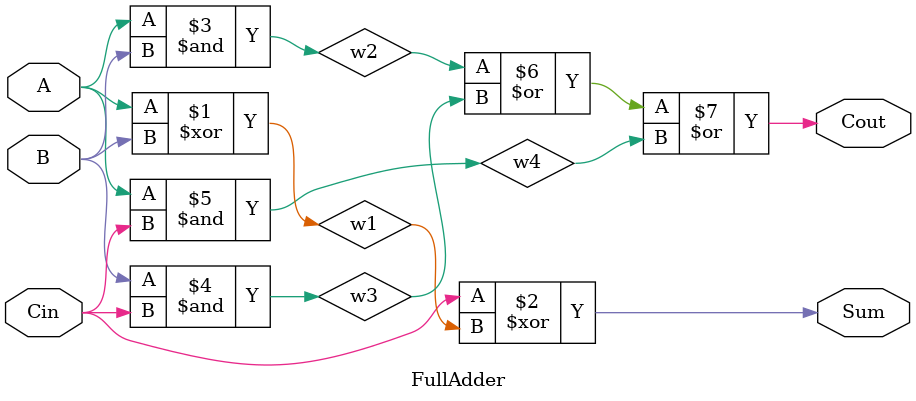
<source format=v>
module FullAdder(Sum,Cout,A,B,Cin);
	input A,B,Cin;
	output Sum,Cout;

	wire w1,w2,w3,w4;
	
	xor g1(w1,A,B);
	xor g2(Sum,Cin,w1);
	and g3(w2,A,B);
	and g4(w3,B,Cin);
	and g5(w4,A,Cin);
	or g6(Cout,w2,w3,w4);
endmodule

</source>
